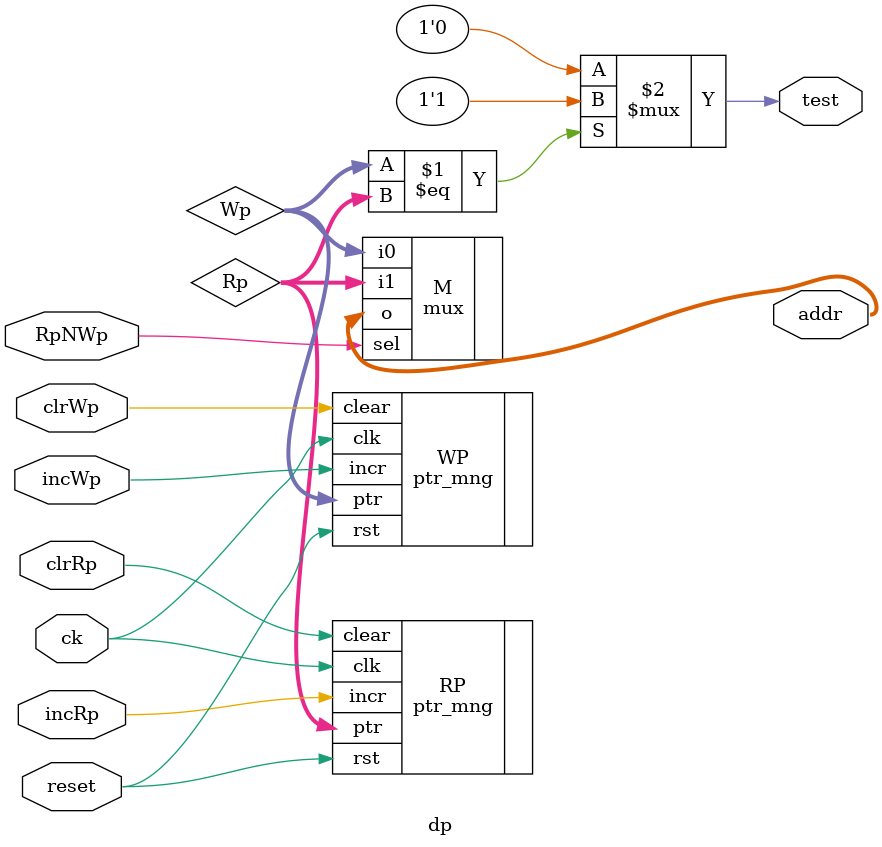
<source format=v>
`timescale 1ns / 1ps


module dp#(
parameter ADDR_WIDTH=2
)(
input wire ck,reset,
input wire clrWp,clrRp,
input wire incWp,incRp,
input wire RpNWp, 
output wire test, 
output wire [ADDR_WIDTH-1:0] addr);


//--------------Internal signals---------------- 
wire [ADDR_WIDTH-1:0] Wp;
wire [ADDR_WIDTH-1:0] Rp; 

ptr_mng #(.ADDR_WIDTH(ADDR_WIDTH)) WP(.clk(ck), .rst(reset),.incr(incWp), .clear(clrWp),.ptr(Wp));
ptr_mng #(.ADDR_WIDTH(ADDR_WIDTH)) RP(.clk(ck), .rst(reset),.incr(incRp), .clear(clrRp),.ptr(Rp));
mux #(.N(ADDR_WIDTH)) M(.i0(Wp),.i1(Rp),.sel(RpNWp),.o(addr));

assign test = (Wp==Rp) ? 1'b1 : 1'b0; 

endmodule 


</source>
